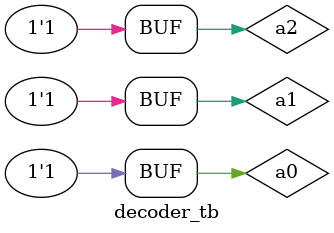
<source format=v>
module decoder(i7,i6,i5,i4,i3,i2,i1,i0,a2,a1,a0);
input a2,a1,a0;
output i7,i6,i5,i4,i3,i2,i1,i0;
wire r0,r1,r2,r3,r4,r5,r6,r7;
wire a0_bar,a1_bar,a2_bar;

nand_not n1(a0_bar,a0);
nand_not n2(a1_bar,a1);
nand_not n3(a2_bar,a2);

nand_and n4(r0,a2_bar,a1_bar);
nand_and n5(i0,r0,a0_bar);

nand_and n6(r1,a2_bar,a1_bar);
nand_and n7(i1,r1,a0);

nand_and n8(r2,a2_bar,a1);
nand_and n9(i2,r2,a0_bar);

nand_and n10(r3,a2_bar,a1);
nand_and n11(i3,r3,a0);

nand_and n12(r4,a2,a1_bar);
nand_and n13(i4,r4,a0_bar);

nand_and n15(r5,a2,a1_bar);
nand_and n20(i5,r5,a0);

nand_and n16(r6,a2,a1);
nand_and n17(i6,r6,a0_bar);

nand_and n18(r7,a2,a1);
nand_and n19(i7,r7,a0);

endmodule
//test
module decoder_tb;
reg a2,a1,a0;
wire i7,i6,i5,i4,i3,i2,i1,i0;
decoder n1(i7,i6,i5,i4,i3,i2,i1,i0,a2,a1,a0);
initial
begin
	a2=0; a1=0; a0=0; #10;
	a2=0; a1=0; a0=1; #10;
	a2=0; a1=1; a0=0; #10;
	a2=0; a1=1; a0=1; #10;
	a2=1; a1=0; a0=0; #10;
	a2=1; a1=0; a0=1; #10;
	a2=1; a1=1; a0=0; #10;
	a2=1; a1=1; a0=1; #10;
end
endmodule

</source>
